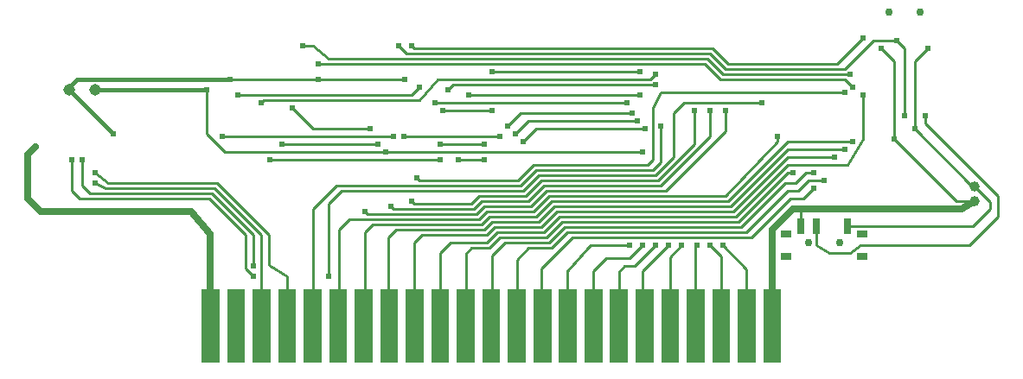
<source format=gbl>
G04 Layer: BottomLayer*
G04 EasyEDA v5.9.42, Mon, 13 May 2019 22:36:32 GMT*
G04 18fdc59d78804919a667ee1bdc29a187*
G04 Gerber Generator version 0.2*
G04 Scale: 100 percent, Rotated: No, Reflected: No *
G04 Dimensions in inches *
G04 leading zeros omitted , absolute positions ,2 integer and 4 decimal *
%FSLAX24Y24*%
%MOIN*%
G90*
G70D02*

%ADD10C,0.010000*%
%ADD11C,0.025000*%
%ADD12C,0.015000*%
%ADD15C,0.024400*%
%ADD17R,0.039400X0.031500*%
%ADD18R,0.027600X0.059100*%
%ADD19C,0.039370*%
%ADD20C,0.045000*%
%ADD21C,0.030000*%

%LPD*%
G54D10*
G01X32911Y8074D02*
G01X31111Y8074D01*
G01X29011Y5974D01*
G01X22211Y5974D01*
G01X21611Y5374D01*
G01X19811Y5374D01*
G01X19511Y5074D01*
G01X17011Y5074D01*
G01X16711Y4774D01*
G01X16711Y1595D01*
G01X16732Y1574D01*
G01X33311Y8374D02*
G01X31111Y8374D01*
G01X28911Y6174D01*
G01X22111Y6174D01*
G01X21511Y5574D01*
G01X19711Y5574D01*
G01X19411Y5274D01*
G01X16011Y5274D01*
G01X15711Y4974D01*
G01X15711Y1611D01*
G01X15747Y1574D01*
G01X33611Y8674D02*
G01X31111Y8674D01*
G01X28811Y6374D01*
G01X22011Y6374D01*
G01X21411Y5774D01*
G01X19611Y5774D01*
G01X19311Y5474D01*
G01X15111Y5474D01*
G01X14811Y5174D01*
G01X14811Y1622D01*
G01X14763Y1574D01*
G01X30711Y8874D02*
G01X30711Y8874D01*
G01X30711Y8674D01*
G01X28711Y6574D01*
G01X21911Y6574D01*
G01X21311Y5974D01*
G01X19511Y5974D01*
G01X19211Y5674D01*
G01X14211Y5674D01*
G01X13811Y5274D01*
G01X13811Y1604D01*
G01X13779Y1574D01*
G01X33511Y11274D02*
G01X28611Y11274D01*
G01X28011Y11874D01*
G01X13411Y11874D01*
G01X12811Y12374D01*
G01X12411Y12374D01*
G01X33611Y10774D02*
G01X33311Y11074D01*
G01X28511Y11074D01*
G01X27911Y11674D01*
G01X13011Y11674D01*
G01X26011Y11274D02*
G01X25811Y11074D01*
G01X17611Y11074D01*
G01X16911Y10274D01*
G01X10911Y10274D01*
G01X10811Y10174D01*
G01X26011Y10874D02*
G01X18211Y10874D01*
G01X18011Y10674D01*
G01X16911Y10774D02*
G01X16611Y10474D01*
G01X9911Y10474D01*
G01X9311Y8874D02*
G01X15911Y8874D01*
G01X35311Y12574D02*
G01X34411Y12574D01*
G01X33311Y11474D01*
G01X28711Y11474D01*
G01X28111Y12074D01*
G01X16411Y12074D01*
G01X16111Y12374D01*
G01X22637Y1574D02*
G01X22611Y3674D01*
G01X23411Y4574D01*
G01X23511Y4674D01*
G01X25011Y4674D01*
G01X23621Y1574D02*
G01X23611Y3674D01*
G01X23611Y3674D01*
G01X24111Y4174D01*
G01X25011Y4174D01*
G01X25511Y4674D01*
G01X27558Y1574D02*
G01X27558Y4622D01*
G01X27611Y4674D01*
G01X28543Y1574D02*
G01X28543Y4243D01*
G01X28111Y4674D01*
G01X29527Y1574D02*
G01X29527Y3758D01*
G01X28611Y4674D01*
G01X4411Y7474D02*
G01X4911Y7074D01*
G01X9111Y7074D01*
G01X11111Y5074D01*
G01X11111Y3911D01*
G01X11811Y3474D01*
G01X11810Y1574D01*
G01X4411Y7074D02*
G01X4811Y6874D01*
G01X7611Y6874D01*
G01X8011Y6874D01*
G01X9011Y6874D01*
G01X10811Y5074D01*
G01X10811Y1589D01*
G01X10826Y1574D01*
G01X18700Y1574D02*
G01X18700Y4363D01*
G01X18911Y4574D01*
G01X19611Y4574D01*
G01X20011Y4974D01*
G01X21811Y4974D01*
G01X22411Y5574D01*
G01X29211Y5574D01*
G01X31111Y7474D01*
G01X31311Y7474D01*
G01X17716Y1574D02*
G01X17716Y4384D01*
G01X18111Y4774D01*
G01X19511Y4774D01*
G01X19911Y5174D01*
G01X21711Y5174D01*
G01X22311Y5774D01*
G01X29111Y5774D01*
G01X31111Y7774D01*
G01X32411Y7774D01*
G01X32611Y7774D01*
G01X33411Y7774D01*
G01X33411Y7774D01*
G01X34011Y8774D01*
G01X34011Y10474D01*
G01X34011Y10474D01*
G01X32111Y7474D02*
G01X31811Y7474D01*
G01X31411Y7074D01*
G01X31011Y7074D01*
G01X30211Y6274D01*
G01X29311Y5374D01*
G01X22511Y5374D01*
G01X21911Y4774D01*
G01X20211Y4774D01*
G01X19711Y4274D01*
G01X19711Y1601D01*
G01X19684Y1574D01*
G01X20669Y1574D02*
G01X20669Y4131D01*
G01X21111Y4574D01*
G01X22011Y4574D01*
G01X22611Y5174D01*
G01X29511Y5174D01*
G01X31111Y6774D01*
G01X31511Y6774D01*
G01X31911Y7174D01*
G01X32511Y7174D01*
G01X21653Y1574D02*
G01X21653Y1574D01*
G01X21611Y3774D01*
G01X22811Y4974D01*
G01X29711Y4974D01*
G01X31211Y6474D01*
G01X31711Y6474D01*
G01X32111Y6874D01*
G01X24606Y1574D02*
G01X24606Y3669D01*
G01X24811Y3874D01*
G01X25211Y3874D01*
G01X26011Y4674D01*
G01X26511Y4674D02*
G01X25511Y3674D01*
G01X25511Y1653D01*
G01X25590Y1574D01*
G01X26574Y1574D02*
G01X26574Y4237D01*
G01X27011Y4674D01*
G01X24911Y10174D02*
G01X17511Y10174D01*
G01X25411Y10474D02*
G01X18811Y10474D01*
G54D12*
G01X5111Y8974D02*
G01X3411Y10674D01*
G54D10*
G01X17711Y8574D02*
G01X19411Y8574D01*
G01X38311Y6374D02*
G01X37611Y6374D01*
G01X35211Y8774D01*
G54D11*
G01X8857Y1574D02*
G01X8857Y5124D01*
G01X8111Y5974D01*
G01X2311Y5974D01*
G01X1811Y6474D01*
G01X1811Y8174D01*
G01X2111Y8474D01*
G01X30511Y1574D02*
G01X30511Y5274D01*
G01X31311Y6074D01*
G01X37811Y6074D01*
G01X38311Y6374D01*
G54D10*
G01X25511Y8274D02*
G01X15611Y8274D01*
G01X8711Y10674D02*
G01X8711Y8974D01*
G01X9411Y8274D01*
G01X9411Y8274D01*
G01X15611Y8274D01*
G01X11151Y7974D02*
G01X17711Y7974D01*
G01X3911Y7974D02*
G01X3911Y6974D01*
G01X4211Y6674D01*
G01X7511Y6674D01*
G01X7911Y6674D01*
G01X8911Y6674D01*
G01X10511Y5074D01*
G01X10511Y3874D01*
G01X3511Y7974D02*
G01X3511Y6774D01*
G01X3811Y6474D01*
G01X8811Y6474D01*
G01X10211Y5074D01*
G01X10211Y3774D01*
G01X10511Y3474D01*
G54D12*
G01X4411Y10674D02*
G01X8711Y10674D01*
G01X3411Y10674D02*
G01X3411Y10774D01*
G01X3711Y11074D01*
G01X9611Y11074D01*
G54D10*
G01X28711Y9874D02*
G01X28711Y9074D01*
G01X26411Y6774D01*
G01X21811Y6774D01*
G01X21211Y6174D01*
G01X19411Y6174D01*
G01X19111Y5874D01*
G01X14911Y5874D01*
G01X14811Y5974D01*
G01X28111Y9874D02*
G01X28111Y8874D01*
G01X26211Y6974D01*
G01X21711Y6974D01*
G01X21111Y6374D01*
G01X19311Y6374D01*
G01X19011Y6074D01*
G01X15911Y6074D01*
G01X15811Y6174D01*
G01X27511Y9874D02*
G01X27511Y8574D01*
G01X26111Y7174D01*
G01X21611Y7174D01*
G01X21011Y6574D01*
G01X19211Y6574D01*
G01X18911Y6274D01*
G01X16711Y6274D01*
G01X16611Y6374D01*
G01X30111Y10174D02*
G01X27111Y10174D01*
G01X26711Y9774D01*
G01X26711Y8074D01*
G01X26011Y7374D01*
G01X21511Y7374D01*
G01X20911Y6774D01*
G01X13911Y6774D01*
G01X13411Y6274D01*
G01X13411Y3474D01*
G01X26211Y9274D02*
G01X26211Y7874D01*
G01X25911Y7574D01*
G01X21411Y7574D01*
G01X20811Y6974D01*
G01X13711Y6974D01*
G01X12811Y6074D01*
G01X12811Y1591D01*
G01X12795Y1574D01*
G01X33311Y10574D02*
G01X26211Y10574D01*
G01X25911Y9974D01*
G01X25911Y7974D01*
G01X25711Y7774D01*
G01X21311Y7774D01*
G01X20711Y7174D01*
G01X16911Y7174D01*
G01X16811Y7274D01*
G01X17811Y9874D02*
G01X19711Y9874D01*
G01X16311Y8874D02*
G01X20011Y8874D01*
G01X19711Y11374D02*
G01X25411Y11374D01*
G01X13011Y11074D02*
G01X16351Y11074D01*
G01X35211Y8774D02*
G01X35211Y11774D01*
G01X34711Y12274D01*
G01X34011Y12674D02*
G01X33011Y11674D01*
G01X28811Y11674D01*
G01X28211Y12274D01*
G01X21311Y12274D01*
G01X20111Y12274D01*
G01X16711Y12274D01*
G01X16611Y12374D01*
G01X18411Y7974D02*
G01X19411Y7974D01*
G01X38311Y6965D02*
G01X38220Y6965D01*
G01X36011Y9174D01*
G01X25111Y9774D02*
G01X20811Y9774D01*
G01X20311Y9274D01*
G01X25311Y9474D02*
G01X21111Y9474D01*
G01X20611Y8974D01*
G01X25611Y9174D02*
G01X21411Y9174D01*
G01X20911Y8674D01*
G01X13011Y11074D02*
G01X9611Y11074D01*
G01X11611Y8574D02*
G01X15311Y8574D01*
G01X15011Y9174D02*
G01X12811Y9174D01*
G01X12011Y9974D01*
G01X31621Y5415D02*
G01X31621Y6074D01*
G01X31621Y6074D01*
G01X33501Y5415D02*
G01X38252Y5415D01*
G01X38911Y6074D01*
G01X38911Y6365D01*
G01X38311Y6965D01*
G01X35311Y12574D02*
G01X35611Y12274D01*
G01X35611Y9674D01*
G01X32211Y5374D02*
G01X32211Y4674D01*
G01X32711Y4374D01*
G01X33511Y4374D01*
G01X33911Y4674D01*
G01X38111Y4674D01*
G01X39211Y5774D01*
G01X39211Y6574D01*
G01X36411Y9374D01*
G01X36411Y9674D01*
G01X36011Y9174D02*
G01X36011Y11774D01*
G01X36511Y12274D01*
G54D17*
G01X33971Y4245D03*
G01X33971Y5105D03*
G01X31051Y5105D03*
G01X31051Y4245D03*
G54D18*
G01X33401Y5415D03*
G01X32211Y5415D03*
G01X31621Y5415D03*
G36*
G01X30167Y2981D02*
G01X30856Y2981D01*
G01X30856Y166D01*
G01X30167Y166D01*
G01X30167Y2981D01*
G37*
G36*
G01X29182Y2981D02*
G01X29871Y2981D01*
G01X29871Y166D01*
G01X29182Y166D01*
G01X29182Y2981D01*
G37*
G36*
G01X28198Y2981D02*
G01X28887Y2981D01*
G01X28887Y166D01*
G01X28198Y166D01*
G01X28198Y2981D01*
G37*
G36*
G01X27214Y2981D02*
G01X27903Y2981D01*
G01X27903Y166D01*
G01X27214Y166D01*
G01X27214Y2981D01*
G37*
G36*
G01X26230Y2981D02*
G01X26919Y2981D01*
G01X26919Y166D01*
G01X26230Y166D01*
G01X26230Y2981D01*
G37*
G36*
G01X25245Y2981D02*
G01X25934Y2981D01*
G01X25934Y166D01*
G01X25245Y166D01*
G01X25245Y2981D01*
G37*
G36*
G01X24261Y2981D02*
G01X24950Y2981D01*
G01X24950Y166D01*
G01X24261Y166D01*
G01X24261Y2981D01*
G37*
G36*
G01X23277Y2981D02*
G01X23966Y2981D01*
G01X23966Y166D01*
G01X23277Y166D01*
G01X23277Y2981D01*
G37*
G36*
G01X22293Y2981D02*
G01X22982Y2981D01*
G01X22982Y166D01*
G01X22293Y166D01*
G01X22293Y2981D01*
G37*
G36*
G01X21308Y2981D02*
G01X21997Y2981D01*
G01X21997Y166D01*
G01X21308Y166D01*
G01X21308Y2981D01*
G37*
G36*
G01X20324Y2981D02*
G01X21013Y2981D01*
G01X21013Y166D01*
G01X20324Y166D01*
G01X20324Y2981D01*
G37*
G36*
G01X19340Y2981D02*
G01X20029Y2981D01*
G01X20029Y166D01*
G01X19340Y166D01*
G01X19340Y2981D01*
G37*
G36*
G01X18356Y2981D02*
G01X19045Y2981D01*
G01X19045Y166D01*
G01X18356Y166D01*
G01X18356Y2981D01*
G37*
G36*
G01X17371Y2981D02*
G01X18060Y2981D01*
G01X18060Y166D01*
G01X17371Y166D01*
G01X17371Y2981D01*
G37*
G36*
G01X16387Y2981D02*
G01X17076Y2981D01*
G01X17076Y166D01*
G01X16387Y166D01*
G01X16387Y2981D01*
G37*
G36*
G01X15403Y2981D02*
G01X16092Y2981D01*
G01X16092Y166D01*
G01X15403Y166D01*
G01X15403Y2981D01*
G37*
G36*
G01X14419Y2981D02*
G01X15108Y2981D01*
G01X15108Y166D01*
G01X14419Y166D01*
G01X14419Y2981D01*
G37*
G36*
G01X13434Y2981D02*
G01X14123Y2981D01*
G01X14123Y166D01*
G01X13434Y166D01*
G01X13434Y2981D01*
G37*
G36*
G01X12450Y2981D02*
G01X13139Y2981D01*
G01X13139Y166D01*
G01X12450Y166D01*
G01X12450Y2981D01*
G37*
G36*
G01X11466Y2981D02*
G01X12155Y2981D01*
G01X12155Y166D01*
G01X11466Y166D01*
G01X11466Y2981D01*
G37*
G36*
G01X10482Y2981D02*
G01X11171Y2981D01*
G01X11171Y166D01*
G01X10482Y166D01*
G01X10482Y2981D01*
G37*
G36*
G01X9497Y2981D02*
G01X10186Y2981D01*
G01X10186Y166D01*
G01X9497Y166D01*
G01X9497Y2981D01*
G37*
G36*
G01X8513Y2981D02*
G01X9202Y2981D01*
G01X9202Y166D01*
G01X8513Y166D01*
G01X8513Y2981D01*
G37*
G54D19*
G01X38311Y6374D03*
G01X38311Y6965D03*
G54D20*
G01X3411Y10674D03*
G01X4411Y10674D03*
G54D21*
G01X35011Y13674D03*
G01X36211Y13674D03*
G01X31911Y4774D03*
G01X33111Y4774D03*
G54D15*
G01X4411Y7074D03*
G01X4411Y7474D03*
G01X30711Y8874D03*
G01X33611Y8674D03*
G01X33311Y8374D03*
G01X32911Y8074D03*
G01X32111Y7474D03*
G01X32111Y6874D03*
G01X33511Y11274D03*
G01X33611Y10774D03*
G01X12411Y12374D03*
G01X13011Y11674D03*
G01X26011Y11274D03*
G01X26011Y10874D03*
G01X25411Y10474D03*
G01X24911Y10174D03*
G01X10811Y10174D03*
G01X18011Y10674D03*
G01X18811Y10474D03*
G01X17511Y10174D03*
G01X9911Y10474D03*
G01X16911Y10774D03*
G01X15911Y8874D03*
G01X9311Y8874D03*
G01X26211Y9274D03*
G01X25011Y4674D03*
G01X25511Y4674D03*
G01X26011Y4674D03*
G01X26511Y4674D03*
G01X27011Y4674D03*
G01X27611Y4674D03*
G01X28111Y4674D03*
G01X28611Y4674D03*
G01X31311Y7474D03*
G01X32511Y7174D03*
G01X13411Y3474D03*
G01X30111Y10174D03*
G01X5111Y8974D03*
G01X13011Y11074D03*
G01X17711Y8574D03*
G01X19411Y8574D03*
G01X25511Y8274D03*
G01X15611Y8274D03*
G01X35211Y8774D03*
G01X34711Y12274D03*
G01X2111Y8474D03*
G01X35311Y12574D03*
G01X8711Y10674D03*
G01X17711Y7974D03*
G01X11151Y7974D03*
G01X15311Y8574D03*
G01X15011Y9174D03*
G01X33311Y10574D03*
G01X10511Y3474D03*
G01X10511Y3874D03*
G01X3511Y7974D03*
G01X3911Y7974D03*
G01X9611Y11074D03*
G01X14811Y5974D03*
G01X15811Y6174D03*
G01X16611Y6374D03*
G01X28711Y9874D03*
G01X28111Y9874D03*
G01X27511Y9874D03*
G01X16811Y7274D03*
G01X34011Y12674D03*
G01X17811Y9874D03*
G01X19711Y9874D03*
G01X16311Y8874D03*
G01X20011Y8874D03*
G01X25411Y11374D03*
G01X19711Y11374D03*
G01X16611Y12374D03*
G01X16351Y11074D03*
G01X34011Y10474D03*
G01X19411Y7974D03*
G01X18411Y7974D03*
G01X36011Y9174D03*
G01X36511Y12274D03*
G01X20311Y9274D03*
G01X20611Y8974D03*
G01X20911Y8674D03*
G01X25111Y9774D03*
G01X25311Y9474D03*
G01X25611Y9174D03*
G01X16111Y12374D03*
G01X11611Y8574D03*
G01X12011Y9974D03*
G01X35611Y9674D03*
G01X36411Y9674D03*
M00*
M02*

</source>
